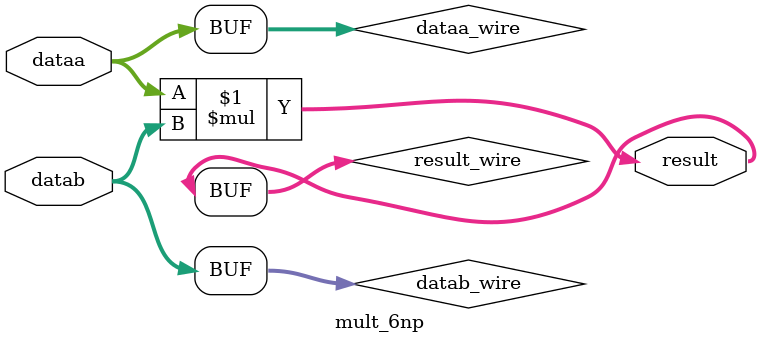
<source format=v>






//synthesis_resources = 
//synopsys translate_off
`timescale 1 ps / 1 ps
//synopsys translate_on
module  mult_6np
	( 
	dataa,
	datab,
	result) /* synthesis synthesis_clearbox=1 */;
	input   [19:0]  dataa;
	input   [19:0]  datab;
	output   [39:0]  result;

	wire [19:0]    dataa_wire;
	wire [19:0]    datab_wire;
	wire [39:0]    result_wire;



	assign dataa_wire = dataa;
	assign datab_wire = datab;
	assign result_wire = dataa_wire * datab_wire;
	assign result = ({result_wire[39:0]});

endmodule //mult_6np
//VALID FILE

</source>
